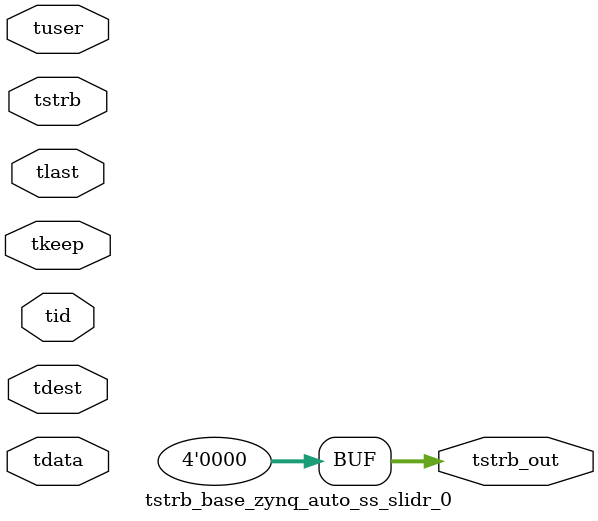
<source format=v>


`timescale 1ps/1ps

module tstrb_base_zynq_auto_ss_slidr_0 #
(
parameter C_S_AXIS_TDATA_WIDTH = 32,
parameter C_S_AXIS_TUSER_WIDTH = 0,
parameter C_S_AXIS_TID_WIDTH   = 0,
parameter C_S_AXIS_TDEST_WIDTH = 0,
parameter C_M_AXIS_TDATA_WIDTH = 32
)
(
input  [(C_S_AXIS_TDATA_WIDTH == 0 ? 1 : C_S_AXIS_TDATA_WIDTH)-1:0     ] tdata,
input  [(C_S_AXIS_TUSER_WIDTH == 0 ? 1 : C_S_AXIS_TUSER_WIDTH)-1:0     ] tuser,
input  [(C_S_AXIS_TID_WIDTH   == 0 ? 1 : C_S_AXIS_TID_WIDTH)-1:0       ] tid,
input  [(C_S_AXIS_TDEST_WIDTH == 0 ? 1 : C_S_AXIS_TDEST_WIDTH)-1:0     ] tdest,
input  [(C_S_AXIS_TDATA_WIDTH/8)-1:0 ] tkeep,
input  [(C_S_AXIS_TDATA_WIDTH/8)-1:0 ] tstrb,
input                                                                    tlast,
output [(C_M_AXIS_TDATA_WIDTH/8)-1:0 ] tstrb_out
);

assign tstrb_out = {1'b0};

endmodule


</source>
